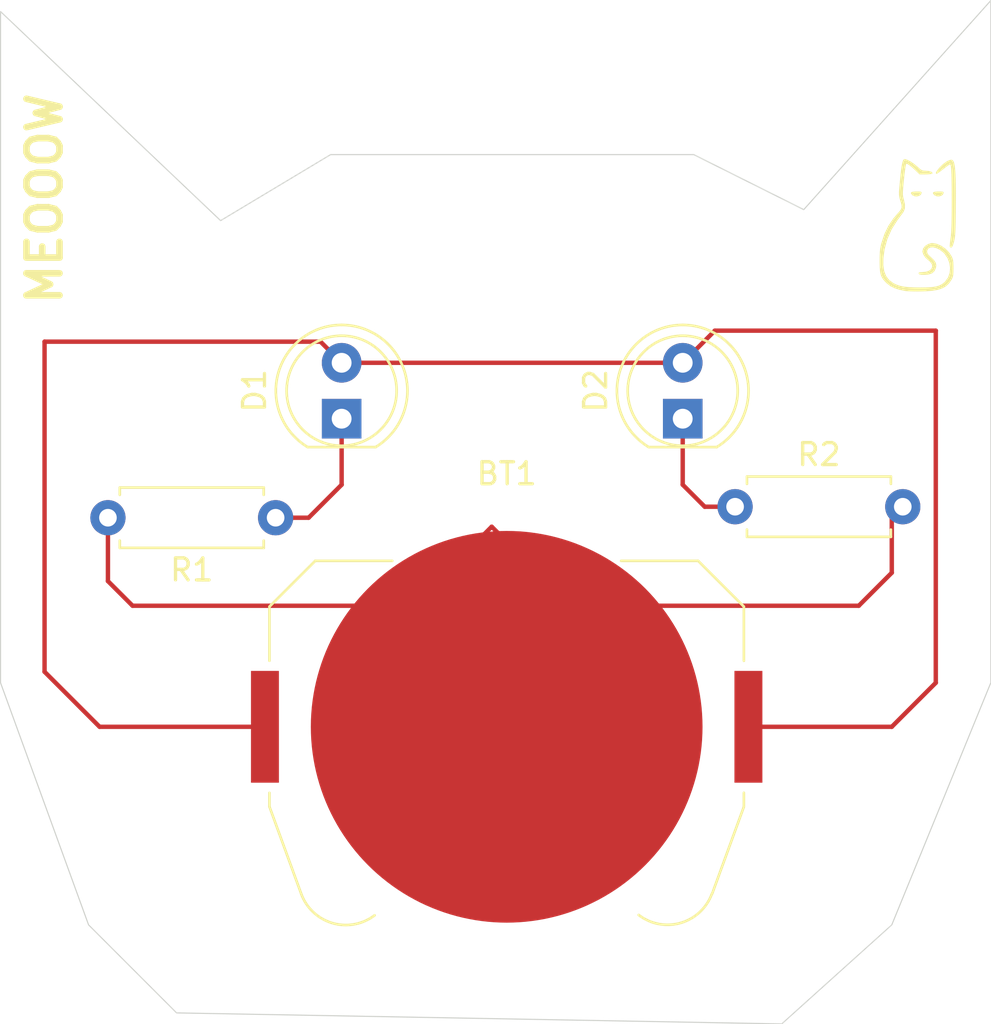
<source format=kicad_pcb>
(kicad_pcb (version 20241229) (generator "pcbnew") (generator_version "9.0")
  (layers (0 "F.Cu" signal) (2 "B.Cu" signal) (13 "F.Paste" user) (15 "B.Paste" user) (5 "F.SilkS" user "F.Silkscreen") (7 "B.SilkS" user "B.Silkscreen") (1 "F.Mask" user) (3 "B.Mask" user) (25 "Edge.Cuts" user))
  (net 0 "")
  (net 1 "Net-(BT1-+)")
  (net 2 "Net-(BT1--)")
  (net 3 "Net-(D1-K)")
  (net 4 "Net-(D2-K)")
  (footprint "LED_THT:LED_D5.0mm" (layer "F.Cu") (at 135 81.5 90)
    (property "Reference" "D2" (at 1.27 -3.96 90) (layer "F.SilkS"))
    (property "Value" "LED")
    (fp_line (start -1.29 -1.545) (end -1.29 1.545) (stroke (width 0.12)) (layer "F.SilkS"))
    (fp_arc (start -1.29 -1.54483) (mid 2.071779 -2.880495) (end 4.26 0) (stroke (width 0.12)) (layer "F.SilkS"))
    (fp_arc (start 4.26 0) (mid 2.071779 2.880495) (end -1.29 1.54483) (stroke (width 0.12)) (layer "F.SilkS"))
    (fp_circle (center 1.27 0) (end 3.77 0) (stroke (width 0.12)) (fill no) (layer "F.SilkS"))
    (pad "1" thru_hole rect (at 0 0 90) (size 1.8 1.8) (drill 0.9) (layers "*.Cu" "*.Mask") (net 4 "Net-(D2-K)"))
    (pad "2" thru_hole circle (at 2.54 0 90) (size 1.8 1.8) (drill 0.9) (layers "*.Cu" "*.Mask") (net 1 "Net-(BT1-+)"))
  )
  (footprint "Battery:BatteryHolder_Keystone_3034_1x20mm" (layer "F.Cu") (at 127 95.5)
    (property "Reference" "BT1" (at 0 -11.5 0) (layer "F.SilkS"))
    (property "Value" "Battery_Cell")
    (fp_line (start -10.78 -5.46) (end -10.78 -3) (stroke (width 0.12)) (layer "F.SilkS"))
    (fp_line (start -10.78 3) (end -10.78 3.63) (stroke (width 0.12)) (layer "F.SilkS"))
    (fp_line (start -10.78 3.63) (end -9.34 7.58) (stroke (width 0.12)) (layer "F.SilkS"))
    (fp_line (start -8.7 -7.54) (end -10.78 -5.46) (stroke (width 0.12)) (layer "F.SilkS"))
    (fp_line (start -5.2 -7.54) (end -8.7 -7.54) (stroke (width 0.12)) (layer "F.SilkS"))
    (fp_line (start 8.7 -7.54) (end 5.2 -7.54) (stroke (width 0.12)) (layer "F.SilkS"))
    (fp_line (start 8.7 -7.54) (end 10.78 -5.46) (stroke (width 0.12)) (layer "F.SilkS"))
    (fp_line (start 10.78 -5.46) (end 10.78 -3) (stroke (width 0.12)) (layer "F.SilkS"))
    (fp_line (start 10.78 3) (end 10.78 3.63) (stroke (width 0.12)) (layer "F.SilkS"))
    (fp_line (start 10.78 3.63) (end 9.34 7.58) (stroke (width 0.12)) (layer "F.SilkS"))
    (fp_arc (start -6.003354 8.56653) (mid -7.921654 8.918738) (end -9.34 7.58) (stroke (width 0.12)) (layer "F.SilkS"))
    (fp_arc (start 9.325243 7.588169) (mid 7.90634 8.911668) (end 6 8.55) (stroke (width 0.12)) (layer "F.SilkS"))
    (pad "1" smd rect (at -10.985 0) (size 1.27 5.08) (layers "F.Cu" "F.Mask" "F.Paste") (net 1 "Net-(BT1-+)"))
    (pad "1" smd rect (at 10.985 0) (size 1.27 5.08) (layers "F.Cu" "F.Mask" "F.Paste") (net 1 "Net-(BT1-+)"))
    (pad "2" smd circle (at 0 0) (size 17.8 17.8) (layers "F.Cu" "F.Mask") (net 2 "Net-(BT1--)"))
  )
  (footprint "Resistor_THT:R_Axial_DIN0207_L6.3mm_D2.5mm_P7.62mm_Horizontal" (layer "F.Cu") (at 137.38 85.5)
    (property "Reference" "R2" (at 3.81 -2.37 0) (layer "F.SilkS"))
    (property "Value" "R")
    (fp_line (start 0.54 -1.37) (end 7.08 -1.37) (stroke (width 0.12)) (layer "F.SilkS"))
    (fp_line (start 0.54 -1.04) (end 0.54 -1.37) (stroke (width 0.12)) (layer "F.SilkS"))
    (fp_line (start 0.54 1.04) (end 0.54 1.37) (stroke (width 0.12)) (layer "F.SilkS"))
    (fp_line (start 0.54 1.37) (end 7.08 1.37) (stroke (width 0.12)) (layer "F.SilkS"))
    (fp_line (start 7.08 -1.37) (end 7.08 -1.04) (stroke (width 0.12)) (layer "F.SilkS"))
    (fp_line (start 7.08 1.37) (end 7.08 1.04) (stroke (width 0.12)) (layer "F.SilkS"))
    (pad "1" thru_hole circle (at 0 0) (size 1.6 1.6) (drill 0.8) (layers "*.Cu" "*.Mask") (net 4 "Net-(D2-K)"))
    (pad "2" thru_hole circle (at 7.62 0) (size 1.6 1.6) (drill 0.8) (layers "*.Cu" "*.Mask") (net 2 "Net-(BT1--)"))
  )
  (footprint "Resistor_THT:R_Axial_DIN0207_L6.3mm_D2.5mm_P7.62mm_Horizontal" (layer "F.Cu") (at 116.5 86 180)
    (property "Reference" "R1" (at 3.81 -2.37 0) (layer "F.SilkS"))
    (property "Value" "R")
    (fp_line (start 7.08 1.37) (end 7.08 1.04) (stroke (width 0.12)) (layer "F.SilkS"))
    (fp_line (start 7.08 -1.37) (end 7.08 -1.04) (stroke (width 0.12)) (layer "F.SilkS"))
    (fp_line (start 0.54 1.37) (end 7.08 1.37) (stroke (width 0.12)) (layer "F.SilkS"))
    (fp_line (start 0.54 1.04) (end 0.54 1.37) (stroke (width 0.12)) (layer "F.SilkS"))
    (fp_line (start 0.54 -1.04) (end 0.54 -1.37) (stroke (width 0.12)) (layer "F.SilkS"))
    (fp_line (start 0.54 -1.37) (end 7.08 -1.37) (stroke (width 0.12)) (layer "F.SilkS"))
    (pad "1" thru_hole circle (at 0 0 180) (size 1.6 1.6) (drill 0.8) (layers "*.Cu" "*.Mask") (net 3 "Net-(D1-K)"))
    (pad "2" thru_hole circle (at 7.62 0 180) (size 1.6 1.6) (drill 0.8) (layers "*.Cu" "*.Mask") (net 2 "Net-(BT1--)"))
  )
  (footprint "LOGO" (layer "F.Cu") (at 146 73)
    (property "Reference" "G***" (hide yes))
    (property "Value" "LOGO" (hide yes))
    (fp_poly (pts (xy -0.252603 -1.824539) (xy -0.180248 -1.815502) (xy -0.148808 -1.794232) (xy -0.142898 -1.76473) (xy -0.173677 -1.682429) (xy -0.252039 -1.625215) (xy -0.35702 -1.598017) (xy -0.467659 -1.605764) (xy -0.562991 -1.653386) (xy -0.573822 -1.663414) (xy -0.628734 -1.733895) (xy -0.625557 -1.782047) (xy -0.560526 -1.81103) (xy -0.429875 -1.824005) (xy -0.381067 -1.8252)) (fill yes) (layer "F.SilkS"))
    (fp_poly (pts (xy 0.747678 -1.824539) (xy 0.820033 -1.815502) (xy 0.851474 -1.794232) (xy 0.857384 -1.76473) (xy 0.826605 -1.682429) (xy 0.748243 -1.625215) (xy 0.643261 -1.598017) (xy 0.532623 -1.605764) (xy 0.43729 -1.653386) (xy 0.426459 -1.663414) (xy 0.371548 -1.733895) (xy 0.374724 -1.782047) (xy 0.439755 -1.81103) (xy 0.570406 -1.824005) (xy 0.619214 -1.8252)) (fill yes) (layer "F.SilkS"))
    (fp_poly (pts (xy 1.257726 -3.254862) (xy 1.29781 -3.210119) (xy 1.331122 -3.130048) (xy 1.358099 -3.01015) (xy 1.379175 -2.845926) (xy 1.394789 -2.632876) (xy 1.405375 -2.366502) (xy 1.41137 -2.042305) (xy 1.413209 -1.655784) (xy 1.41133 -1.202442) (xy 1.411288 -1.196765) (xy 1.408278 -0.837029) (xy 1.404845 -0.540708) (xy 1.400614 -0.299772) (xy 1.395203 -0.106186) (xy 1.388236 0.048082) (xy 1.379333 0.171064) (xy 1.368116 0.270792) (xy 1.354207 0.3553) (xy 1.337226 0.43262) (xy 1.333859 0.446216) (xy 1.28617 0.607836) (xy 1.241477 0.700051) (xy 1.209405 0.724833) (xy 1.15061 0.710679) (xy 1.134826 0.689447) (xy 1.132607 0.635707) (xy 1.140937 0.529642) (xy 1.15813 0.389317) (xy 1.17082 0.303657) (xy 1.186205 0.185482) (xy 1.198606 0.041767) (xy 1.208258 -0.134965) (xy 1.215399 -0.352193) (xy 1.220265 -0.617393) (xy 1.223094 -0.938042) (xy 1.224122 -1.321618) (xy 1.224135 -1.379735) (xy 1.223433 -1.785552) (xy 1.221181 -2.124883) (xy 1.21714 -2.402677) (xy 1.211071 -2.623884) (xy 1.202736 -2.793455) (xy 1.191895 -2.91634) (xy 1.17831 -2.997488) (xy 1.161742 -3.041849) (xy 1.14333 -3.054431) (xy 1.103564 -3.033486) (xy 1.022205 -2.977194) (xy 0.913027 -2.895366) (xy 0.842403 -2.840085) (xy 0.722764 -2.747835) (xy 0.622187 -2.675496) (xy 0.554733 -2.632917) (xy 0.536406 -2.625739) (xy 0.500429 -2.647897) (xy 0.517764 -2.711967) (xy 0.586647 -2.814339) (xy 0.684235 -2.928582) (xy 0.839986 -3.078825) (xy 0.993957 -3.19072) (xy 1.132927 -3.255719) (xy 1.210433 -3.268777)) (fill yes) (layer "F.SilkS"))
    (fp_poly (pts (xy -0.863547 -3.29169) (xy -0.754447 -3.247508) (xy -0.621614 -3.172209) (xy -0.479669 -3.074205) (xy -0.343233 -2.961909) (xy -0.326671 -2.946706) (xy -0.222709 -2.853599) (xy -0.145969 -2.800208) (xy -0.073282 -2.775595) (xy 0.01852 -2.768824) (xy 0.050538 -2.768636) (xy 0.181829 -2.757189) (xy 0.284351 -2.727088) (xy 0.343817 -2.684692) (xy 0.346332 -2.636986) (xy 0.302576 -2.620005) (xy 0.206352 -2.606885) (xy 0.076625 -2.59999) (xy 0.046149 -2.599549) (xy -0.232208 -2.597428) (xy -0.428692 -2.783823) (xy -0.575016 -2.91618) (xy -0.697335 -3.01406) (xy -0.787817 -3.071831) (xy -0.838629 -3.083864) (xy -0.842484 -3.081239) (xy -0.859567 -3.031851) (xy -0.880518 -2.917834) (xy -0.904447 -2.745851) (xy -0.930466 -2.522563) (xy -0.957684 -2.254633) (xy -0.969039 -2.132826) (xy -0.986107 -1.932158) (xy -0.994573 -1.785855) (xy -0.994029 -1.677306) (xy -0.984065 -1.5899) (xy -0.964272 -1.507024) (xy -0.952682 -1.468786) (xy -0.900534 -1.2395) (xy -0.902905 -1.052284) (xy -0.959948 -0.902847) (xy -0.973488 -0.883071) (xy -1.031846 -0.80341) (xy -1.117092 -0.687216) (xy -1.213792 -0.555521) (xy -1.246051 -0.511613) (xy -1.505751 -0.099576) (xy -1.699305 0.338759) (xy -1.825712 0.800665) (xy -1.879606 1.209689) (xy -1.88289 1.529717) (xy -1.842644 1.796656) (xy -1.756763 2.015633) (xy -1.623138 2.191775) (xy -1.439663 2.330209) (xy -1.412978 2.345193) (xy -1.270703 2.412612) (xy -1.116975 2.463226) (xy -0.939489 2.49897) (xy -0.725935 2.521781) (xy -0.464007 2.533591) (xy -0.196484 2.536427) (xy 0.09186 2.532613) (xy 0.320635 2.519285) (xy 0.501409 2.493618) (xy 0.645748 2.452785) (xy 0.76522 2.39396) (xy 0.87139 2.314317) (xy 0.927014 2.261908) (xy 1.05451 2.086602) (xy 1.127798 1.879748) (xy 1.14793 1.655089) (xy 1.11596 1.426363) (xy 1.03294 1.207314) (xy 0.899925 1.01168) (xy 0.825398 0.936169) (xy 0.67296 0.822186) (xy 0.519575 0.748003) (xy 0.376047 0.714019) (xy 0.253177 0.720634) (xy 0.161768 0.768245) (xy 0.112624 0.857251) (xy 0.107173 0.909667) (xy 0.121511 0.983457) (xy 0.1724 1.058752) (xy 0.271654 1.152529) (xy 0.282694 1.161892) (xy 0.422132 1.295882) (xy 0.500936 1.417117) (xy 0.525004 1.538884) (xy 0.504344 1.661237) (xy 0.435779 1.80359) (xy 0.325562 1.898813) (xy 0.166536 1.951074) (xy -0.017068 1.964838) (xy -0.15141 1.962056) (xy -0.229823 1.951258) (xy -0.267695 1.928767) (xy -0.278689 1.902321) (xy -0.274961 1.863625) (xy -0.233105 1.844965) (xy -0.137259 1.839825) (xy -0.126507 1.839803) (xy 0.068001 1.819498) (xy 0.212907 1.76388) (xy 0.304358 1.68089) (xy 0.338503 1.578471) (xy 0.311488 1.464568) (xy 0.219462 1.347122) (xy 0.14227 1.285642) (xy 0.028973 1.18208) (xy -0.058357 1.055597) (xy -0.103963 0.930873) (xy -0.107173 0.894866) (xy -0.074084 0.764266) (xy 0.014796 0.649851) (xy 0.143889 0.564471) (xy 0.297615 0.520976) (xy 0.349732 0.518003) (xy 0.544809 0.550008) (xy 0.746182 0.638528) (xy 0.937477 0.772324) (xy 1.10232 0.940154) (xy 1.215066 1.112061) (xy 1.256331 1.201417) (xy 1.282572 1.28766) (xy 1.297056 1.39097) (xy 1.303047 1.531525) (xy 1.303938 1.661181) (xy 1.30243 1.834263) (xy 1.295547 1.95534) (xy 1.27975 2.043831) (xy 1.251502 2.119156) (xy 1.207265 2.200736) (xy 1.204899 2.204767) (xy 1.094687 2.360872) (xy 0.962506 2.483934) (xy 0.799664 2.577259) (xy 0.597473 2.644154) (xy 0.347243 2.687924) (xy 0.040283 2.711876) (xy -0.142898 2.717564) (xy -0.35101 2.719399) (xy -0.548893 2.717347) (xy -0.718598 2.711858) (xy -0.842176 2.703384) (xy -0.875246 2.699166) (xy -1.158125 2.642073) (xy -1.385304 2.568641) (xy -1.571848 2.472387) (xy -1.732824 2.346829) (xy -1.764267 2.316651) (xy -1.869381 2.203253) (xy -1.946111 2.092653) (xy -1.998677 1.970606) (xy -2.031297 1.822867) (xy -2.048191 1.63519) (xy -2.053577 1.393331) (xy -2.053648 1.339662) (xy -2.051299 1.1096) (xy -2.043418 0.930885) (xy -2.027994 0.783502) (xy -2.003017 0.647437) (xy -1.971327 0.52039) (xy -1.832247 0.102089) (xy -1.652842 -0.267407) (xy -1.425121 -0.603008) (xy -1.273399 -0.781823) (xy -1.157281 -0.913002) (xy -1.085479 -1.011874) (xy -1.052653 -1.097506) (xy -1.053465 -1.188966) (xy -1.082576 -1.305323) (xy -1.106173 -1.379093) (xy -1.151329 -1.533428) (xy -1.172158 -1.662866) (xy -1.172835 -1.804316) (xy -1.165719 -1.905473) (xy -1.133484 -2.269257) (xy -1.10396 -2.567399) (xy -1.076196 -2.80561) (xy -1.049241 -2.989603) (xy -1.022146 -3.125089) (xy -0.993959 -3.217781) (xy -0.96373 -3.273391) (xy -0.934294 -3.296341)) (fill yes) (layer "F.SilkS"))
  )
  (footprint "LED_THT:LED_D5.0mm" (layer "F.Cu") (at 119.5 81.5 90)
    (property "Reference" "D1" (at 1.27 -3.96 90) (layer "F.SilkS"))
    (property "Value" "LED")
    (fp_line (start -1.29 -1.545) (end -1.29 1.545) (stroke (width 0.12)) (layer "F.SilkS"))
    (fp_arc (start -1.29 -1.54483) (mid 2.071779 -2.880495) (end 4.26 0) (stroke (width 0.12)) (layer "F.SilkS"))
    (fp_arc (start 4.26 0) (mid 2.071779 2.880495) (end -1.29 1.54483) (stroke (width 0.12)) (layer "F.SilkS"))
    (fp_circle (center 1.27 0) (end 3.77 0) (stroke (width 0.12)) (fill no) (layer "F.SilkS"))
    (pad "1" thru_hole rect (at 0 0 90) (size 1.8 1.8) (drill 0.9) (layers "*.Cu" "*.Mask") (net 3 "Net-(D1-K)"))
    (pad "2" thru_hole circle (at 2.54 0 90) (size 1.8 1.8) (drill 0.9) (layers "*.Cu" "*.Mask") (net 1 "Net-(BT1-+)"))
  )
  (gr_poly (pts (xy 104 82) (xy 104 93.5) (xy 108 104.5) (xy 112 108.5) (xy 139.5 109) (xy 144.5 104.5) (xy 149 93.5) (xy 149 82.5) (xy 149 62.5) (xy 140.5 72) (xy 135.5 69.5) (xy 119 69.5) (xy 114 72.5) (xy 104 63)) (stroke (width 0.05)) (fill no) (layer "Edge.Cuts"))
  (gr_text "MEOOOW" (at 106 71.5 90) (layer "F.SilkS") (effects (font (size 1.5 1.5) (thickness 0.3) (bold yes))))
  (segment (start 118.54 78) (end 119.5 78.96) (width 0.2) (layer "F.Cu") (net 1))
  (segment (start 135 78.96) (end 136.46 77.5) (width 0.2) (layer "F.Cu") (net 1))
  (segment (start 108.5 95.5) (end 106 93) (width 0.2) (layer "F.Cu") (net 1))
  (segment (start 116.015 95.5) (end 108.5 95.5) (width 0.2) (layer "F.Cu") (net 1))
  (segment (start 106 93) (end 106 78) (width 0.2) (layer "F.Cu") (net 1))
  (segment (start 119.5 78.96) (end 135 78.96) (width 0.2) (layer "F.Cu") (net 1))
  (segment (start 146.5 77.5) (end 146.5 93.5) (width 0.2) (layer "F.Cu") (net 1))
  (segment (start 106 78) (end 118.54 78) (width 0.2) (layer "F.Cu") (net 1))
  (segment (start 144.5 95.5) (end 137.985 95.5) (width 0.2) (layer "F.Cu") (net 1))
  (segment (start 136.46 77.5) (end 146.5 77.5) (width 0.2) (layer "F.Cu") (net 1))
  (segment (start 146.5 93.5) (end 144.5 95.5) (width 0.2) (layer "F.Cu") (net 1))
  (segment (start 127.88 87.968075) (end 126.32 86.408075) (width 0.2) (layer "F.Cu") (net 2))
  (segment (start 108.88 88.88) (end 110 90) (width 0.2) (layer "F.Cu") (net 2))
  (segment (start 144.5 85.5) (end 144.5 88.5) (width 0.2) (layer "F.Cu") (net 2))
  (segment (start 121.5 90) (end 127 95.5) (width 0.2) (layer "F.Cu") (net 2))
  (segment (start 110 90) (end 121.5 90) (width 0.2) (layer "F.Cu") (net 2))
  (segment (start 108.88 86) (end 108.88 88.88) (width 0.2) (layer "F.Cu") (net 2))
  (segment (start 125.5 87.228075) (end 126.32 86.408075) (width 0.2) (layer "F.Cu") (net 2))
  (segment (start 132.5 90) (end 127 95.5) (width 0.2) (layer "F.Cu") (net 2))
  (segment (start 144.5 88.5) (end 143 90) (width 0.2) (layer "F.Cu") (net 2))
  (segment (start 143 90) (end 132.5 90) (width 0.2) (layer "F.Cu") (net 2))
  (segment (start 116.5 86) (end 118 86) (width 0.2) (layer "F.Cu") (net 3))
  (segment (start 118 86) (end 119.5 84.5) (width 0.2) (layer "F.Cu") (net 3))
  (segment (start 119.5 84.5) (end 119.5 81.5) (width 0.2) (layer "F.Cu") (net 3))
  (segment (start 136 85.5) (end 135 84.5) (width 0.2) (layer "F.Cu") (net 4))
  (segment (start 137.38 85.5) (end 136 85.5) (width 0.2) (layer "F.Cu") (net 4))
  (segment (start 135 84.5) (end 135 81.5) (width 0.2) (layer "F.Cu") (net 4))
)
</source>
